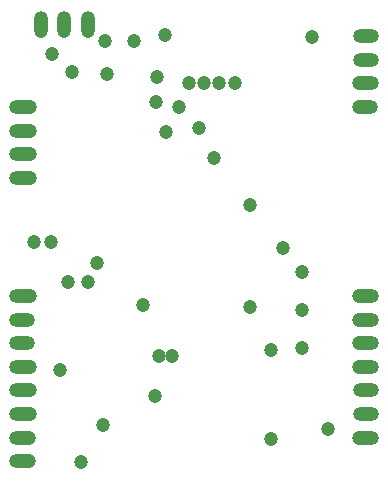
<source format=gbr>
G04 DipTrace 2.4.0.2*
%IN2_Layer_Bottom_Mask.gbr*%
%MOIN*%
%ADD47O,0.0472X0.0866*%
%ADD49O,0.0866X0.0472*%
%ADD57C,0.0472*%
%FSLAX44Y44*%
G04*
G70*
G90*
G75*
G01*
%LNBotMask*%
%LPD*%
D57*
X8150Y10118D3*
X13465Y11220D3*
Y9961D3*
Y8701D3*
X11220Y17520D3*
X10709D3*
X9685D3*
X10197D3*
X11732Y10079D3*
X15354Y5709D3*
X4409Y15157D3*
X8937Y15906D3*
X6614Y11535D3*
X5669Y10906D3*
X12441Y8622D3*
X6102Y4882D3*
X12441Y5669D3*
X14331Y5984D3*
X6339Y10906D3*
X9370Y16732D3*
X6969Y17835D3*
D49*
X4134Y5709D3*
D57*
X5118Y18504D3*
D49*
X4134Y6496D3*
D57*
X5787Y17913D3*
D49*
X4134Y7283D3*
D57*
X6890Y18937D3*
X8583Y16890D3*
D49*
X4134Y8071D3*
Y8858D3*
D57*
X13780Y19055D3*
D49*
X4134Y9646D3*
D57*
X10512Y15039D3*
D49*
X4134Y10433D3*
D57*
X4528Y12244D3*
D49*
X4134Y14370D3*
D57*
X10039Y16024D3*
X4370Y5709D3*
D49*
X4134Y15157D3*
D57*
X4370Y4921D3*
D49*
X4134Y15945D3*
D57*
X4409Y10433D3*
D49*
X4134Y16732D3*
D57*
X8543Y7087D3*
D49*
X15591Y19094D3*
Y18307D3*
D57*
X7874Y18937D3*
D49*
X15591Y17520D3*
D57*
X8898Y19134D3*
X11732Y13465D3*
D49*
X15551Y16732D3*
D57*
X12835Y12047D3*
D49*
X15591Y10433D3*
D57*
X6811Y6142D3*
D49*
X15591Y9646D3*
D57*
X5079Y12244D3*
D49*
X15591Y8858D3*
D57*
X4409Y16732D3*
D49*
X15591Y8071D3*
Y7283D3*
D57*
X6319Y19252D3*
D49*
X15591Y6496D3*
D57*
X5531Y19252D3*
D49*
X4134Y4921D3*
D57*
X8622Y17717D3*
D49*
X15591Y5709D3*
D57*
X4409Y8071D3*
D47*
X4744Y19488D3*
D57*
X4409Y7283D3*
D47*
X5531Y19488D3*
D57*
X4409Y6496D3*
D47*
X6319Y19488D3*
D57*
X15354Y10433D3*
Y9646D3*
Y8858D3*
Y8071D3*
Y17520D3*
Y16732D3*
X4744Y19252D3*
X4409Y14370D3*
X8701Y8425D3*
X4409Y15945D3*
X9134Y8425D3*
X5394Y7953D3*
M02*

</source>
